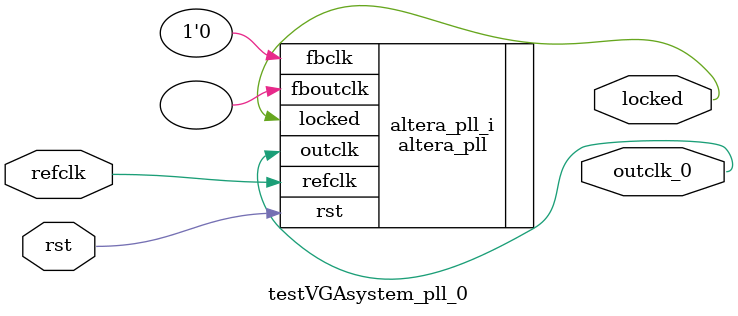
<source format=v>
`timescale 1ns/10ps
module  testVGAsystem_pll_0(

	// interface 'refclk'
	input wire refclk,

	// interface 'reset'
	input wire rst,

	// interface 'outclk0'
	output wire outclk_0,

	// interface 'locked'
	output wire locked
);

	altera_pll #(
		.fractional_vco_multiplier("false"),
		.reference_clock_frequency("50.0 MHz"),
		.operation_mode("direct"),
		.number_of_clocks(1),
		.output_clock_frequency0("25.000000 MHz"),
		.phase_shift0("0 ps"),
		.duty_cycle0(50),
		.output_clock_frequency1("0 MHz"),
		.phase_shift1("0 ps"),
		.duty_cycle1(50),
		.output_clock_frequency2("0 MHz"),
		.phase_shift2("0 ps"),
		.duty_cycle2(50),
		.output_clock_frequency3("0 MHz"),
		.phase_shift3("0 ps"),
		.duty_cycle3(50),
		.output_clock_frequency4("0 MHz"),
		.phase_shift4("0 ps"),
		.duty_cycle4(50),
		.output_clock_frequency5("0 MHz"),
		.phase_shift5("0 ps"),
		.duty_cycle5(50),
		.output_clock_frequency6("0 MHz"),
		.phase_shift6("0 ps"),
		.duty_cycle6(50),
		.output_clock_frequency7("0 MHz"),
		.phase_shift7("0 ps"),
		.duty_cycle7(50),
		.output_clock_frequency8("0 MHz"),
		.phase_shift8("0 ps"),
		.duty_cycle8(50),
		.output_clock_frequency9("0 MHz"),
		.phase_shift9("0 ps"),
		.duty_cycle9(50),
		.output_clock_frequency10("0 MHz"),
		.phase_shift10("0 ps"),
		.duty_cycle10(50),
		.output_clock_frequency11("0 MHz"),
		.phase_shift11("0 ps"),
		.duty_cycle11(50),
		.output_clock_frequency12("0 MHz"),
		.phase_shift12("0 ps"),
		.duty_cycle12(50),
		.output_clock_frequency13("0 MHz"),
		.phase_shift13("0 ps"),
		.duty_cycle13(50),
		.output_clock_frequency14("0 MHz"),
		.phase_shift14("0 ps"),
		.duty_cycle14(50),
		.output_clock_frequency15("0 MHz"),
		.phase_shift15("0 ps"),
		.duty_cycle15(50),
		.output_clock_frequency16("0 MHz"),
		.phase_shift16("0 ps"),
		.duty_cycle16(50),
		.output_clock_frequency17("0 MHz"),
		.phase_shift17("0 ps"),
		.duty_cycle17(50),
		.pll_type("General"),
		.pll_subtype("General")
	) altera_pll_i (
		.rst	(rst),
		.outclk	({outclk_0}),
		.locked	(locked),
		.fboutclk	( ),
		.fbclk	(1'b0),
		.refclk	(refclk)
	);
endmodule


</source>
